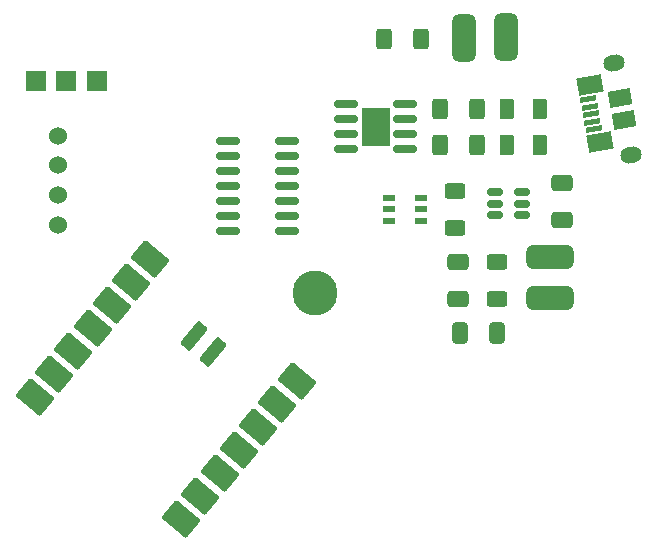
<source format=gbr>
%TF.GenerationSoftware,KiCad,Pcbnew,9.0.5*%
%TF.CreationDate,2025-11-15T18:52:14+05:30*%
%TF.ProjectId,HeartPCB_KiCad,48656172-7450-4434-925f-4b694361642e,rev?*%
%TF.SameCoordinates,Original*%
%TF.FileFunction,Soldermask,Bot*%
%TF.FilePolarity,Negative*%
%FSLAX46Y46*%
G04 Gerber Fmt 4.6, Leading zero omitted, Abs format (unit mm)*
G04 Created by KiCad (PCBNEW 9.0.5) date 2025-11-15 18:52:14*
%MOMM*%
%LPD*%
G01*
G04 APERTURE LIST*
G04 Aperture macros list*
%AMRoundRect*
0 Rectangle with rounded corners*
0 $1 Rounding radius*
0 $2 $3 $4 $5 $6 $7 $8 $9 X,Y pos of 4 corners*
0 Add a 4 corners polygon primitive as box body*
4,1,4,$2,$3,$4,$5,$6,$7,$8,$9,$2,$3,0*
0 Add four circle primitives for the rounded corners*
1,1,$1+$1,$2,$3*
1,1,$1+$1,$4,$5*
1,1,$1+$1,$6,$7*
1,1,$1+$1,$8,$9*
0 Add four rect primitives between the rounded corners*
20,1,$1+$1,$2,$3,$4,$5,0*
20,1,$1+$1,$4,$5,$6,$7,0*
20,1,$1+$1,$6,$7,$8,$9,0*
20,1,$1+$1,$8,$9,$2,$3,0*%
%AMHorizOval*
0 Thick line with rounded ends*
0 $1 width*
0 $2 $3 position (X,Y) of the first rounded end (center of the circle)*
0 $4 $5 position (X,Y) of the second rounded end (center of the circle)*
0 Add line between two ends*
20,1,$1,$2,$3,$4,$5,0*
0 Add two circle primitives to create the rounded ends*
1,1,$1,$2,$3*
1,1,$1,$4,$5*%
%AMRotRect*
0 Rectangle, with rotation*
0 The origin of the aperture is its center*
0 $1 length*
0 $2 width*
0 $3 Rotation angle, in degrees counterclockwise*
0 Add horizontal line*
21,1,$1,$2,0,0,$3*%
G04 Aperture macros list end*
%ADD10R,1.700000X1.700000*%
%ADD11C,2.600000*%
%ADD12C,3.800000*%
%ADD13C,1.524000*%
%ADD14RoundRect,0.250000X-0.375000X-0.625000X0.375000X-0.625000X0.375000X0.625000X-0.375000X0.625000X0*%
%ADD15RoundRect,0.500000X1.500000X-0.500000X1.500000X0.500000X-1.500000X0.500000X-1.500000X-0.500000X0*%
%ADD16RoundRect,0.250000X0.400000X0.625000X-0.400000X0.625000X-0.400000X-0.625000X0.400000X-0.625000X0*%
%ADD17RoundRect,0.500000X0.500000X1.500000X-0.500000X1.500000X-0.500000X-1.500000X0.500000X-1.500000X0*%
%ADD18RoundRect,0.250000X0.650000X-0.412500X0.650000X0.412500X-0.650000X0.412500X-0.650000X-0.412500X0*%
%ADD19RoundRect,0.250000X-0.412500X-0.650000X0.412500X-0.650000X0.412500X0.650000X-0.412500X0.650000X0*%
%ADD20R,0.977900X0.558800*%
%ADD21RoundRect,0.250000X-0.650000X0.412500X-0.650000X-0.412500X0.650000X-0.412500X0.650000X0.412500X0*%
%ADD22RoundRect,0.250000X-0.400000X-0.625000X0.400000X-0.625000X0.400000X0.625000X-0.400000X0.625000X0*%
%ADD23RoundRect,0.250000X0.625000X-0.400000X0.625000X0.400000X-0.625000X0.400000X-0.625000X-0.400000X0*%
%ADD24RoundRect,0.250000X-0.625000X0.400000X-0.625000X-0.400000X0.625000X-0.400000X0.625000X0.400000X0*%
%ADD25RotRect,1.380000X0.450000X190.000000*%
%ADD26HorizOval,1.400000X-0.196962X-0.034730X0.196962X0.034730X0*%
%ADD27RotRect,1.900000X1.375000X190.000000*%
%ADD28RotRect,2.100000X1.475000X190.000000*%
%ADD29RoundRect,0.200000X1.414332X-0.142440X-0.385872X1.368111X-1.414332X0.142440X0.385872X-1.368111X0*%
%ADD30RoundRect,0.200000X-1.414332X0.142440X0.385872X-1.368111X1.414332X-0.142440X-0.385872X1.368111X0*%
%ADD31RoundRect,0.110000X-0.395718X-1.156117X1.069837X0.590464X0.395718X1.156117X-1.069837X-0.590464X0*%
%ADD32RoundRect,0.150000X0.825000X0.150000X-0.825000X0.150000X-0.825000X-0.150000X0.825000X-0.150000X0*%
%ADD33RoundRect,0.150000X-0.512500X-0.150000X0.512500X-0.150000X0.512500X0.150000X-0.512500X0.150000X0*%
%ADD34RoundRect,0.150000X-0.825000X-0.150000X0.825000X-0.150000X0.825000X0.150000X-0.825000X0.150000X0*%
%ADD35R,2.410000X3.300000*%
G04 APERTURE END LIST*
D10*
%TO.C,GND*%
X131800000Y-68100000D03*
%TD*%
D11*
%TO.C,REF\u002A\u002A*%
X152830000Y-86060000D03*
D12*
X152830000Y-86060000D03*
%TD*%
D10*
%TO.C,Me 2*%
X134400000Y-68100000D03*
%TD*%
%TO.C,Probe Me*%
X129200000Y-68100000D03*
%TD*%
D13*
%TO.C,Display*%
X131100000Y-72750000D03*
X131100000Y-75250000D03*
X131100000Y-77750000D03*
X131100000Y-80350000D03*
%TD*%
D14*
%TO.C,D1*%
X169100000Y-70500000D03*
X171900000Y-70500000D03*
%TD*%
D15*
%TO.C,J3*%
X172750000Y-83000000D03*
%TD*%
D16*
%TO.C,R1*%
X166550000Y-73500000D03*
X163450000Y-73500000D03*
%TD*%
D17*
%TO.C,J4*%
X169053644Y-64365000D03*
%TD*%
D18*
%TO.C,C1*%
X165000000Y-86562500D03*
X165000000Y-83437500D03*
%TD*%
D14*
%TO.C,D2*%
X169100000Y-73500000D03*
X171900000Y-73500000D03*
%TD*%
D19*
%TO.C,C2*%
X165125000Y-89500000D03*
X168250000Y-89500000D03*
%TD*%
D16*
%TO.C,R2*%
X166550000Y-70500000D03*
X163450000Y-70500000D03*
%TD*%
D20*
%TO.C,Q1*%
X161839850Y-78049999D03*
X161839850Y-79000000D03*
X161839850Y-79950001D03*
X159160150Y-79950001D03*
X159160150Y-79000000D03*
X159160150Y-78049999D03*
%TD*%
D21*
%TO.C,C3*%
X173750000Y-76750000D03*
X173750000Y-79875000D03*
%TD*%
D22*
%TO.C,R3*%
X158700000Y-64600000D03*
X161800000Y-64600000D03*
%TD*%
D23*
%TO.C,R5*%
X164750000Y-80550000D03*
X164750000Y-77450000D03*
%TD*%
D15*
%TO.C,J5*%
X172750000Y-86500000D03*
%TD*%
D17*
%TO.C,J6*%
X165500000Y-64500000D03*
%TD*%
D24*
%TO.C,R4*%
X168250000Y-83450000D03*
X168250000Y-86550000D03*
%TD*%
D25*
%TO.C,J1*%
X176459036Y-72215904D03*
X176346165Y-71575779D03*
X176233293Y-70935654D03*
X176120422Y-70295529D03*
X176007551Y-69655404D03*
D26*
X179588033Y-74355058D03*
X178216212Y-66575077D03*
D27*
X179015764Y-71397500D03*
X178690000Y-69550000D03*
D28*
X177015520Y-73298722D03*
X176160129Y-68447559D03*
%TD*%
D29*
%TO.C,U3*%
X129130400Y-94845980D03*
X130763080Y-92900227D03*
X132395761Y-90954474D03*
X134028441Y-89008721D03*
X135661122Y-87062968D03*
X137293803Y-85117215D03*
X138926483Y-83171462D03*
D30*
X151309591Y-93562124D03*
X149676911Y-95507877D03*
X148044230Y-97453630D03*
X146411550Y-99399383D03*
X144778869Y-101345136D03*
X143146189Y-103290889D03*
X141513508Y-105236641D03*
D31*
X142651698Y-89750338D03*
X144183787Y-91035913D03*
%TD*%
D32*
%TO.C,U5*%
X150475000Y-73190000D03*
X150475000Y-74460000D03*
X150475000Y-75730000D03*
X150475000Y-77000000D03*
X150475000Y-78270000D03*
X150475000Y-79540000D03*
X150475000Y-80810000D03*
X145525000Y-80810000D03*
X145525000Y-79540000D03*
X145525000Y-78270000D03*
X145525000Y-77000000D03*
X145525000Y-75730000D03*
X145525000Y-74460000D03*
X145525000Y-73190000D03*
%TD*%
D33*
%TO.C,U2*%
X168112500Y-79450000D03*
X168112500Y-78500000D03*
X168112500Y-77550000D03*
X170387500Y-77550000D03*
X170387500Y-78500000D03*
X170387500Y-79450000D03*
%TD*%
D34*
%TO.C,U1*%
X155525000Y-73905000D03*
X155525000Y-72635000D03*
X155525000Y-71365000D03*
X155525000Y-70095000D03*
X160475000Y-70095000D03*
X160475000Y-71365000D03*
X160475000Y-72635000D03*
X160475000Y-73905000D03*
D35*
X158000000Y-72000000D03*
%TD*%
M02*

</source>
